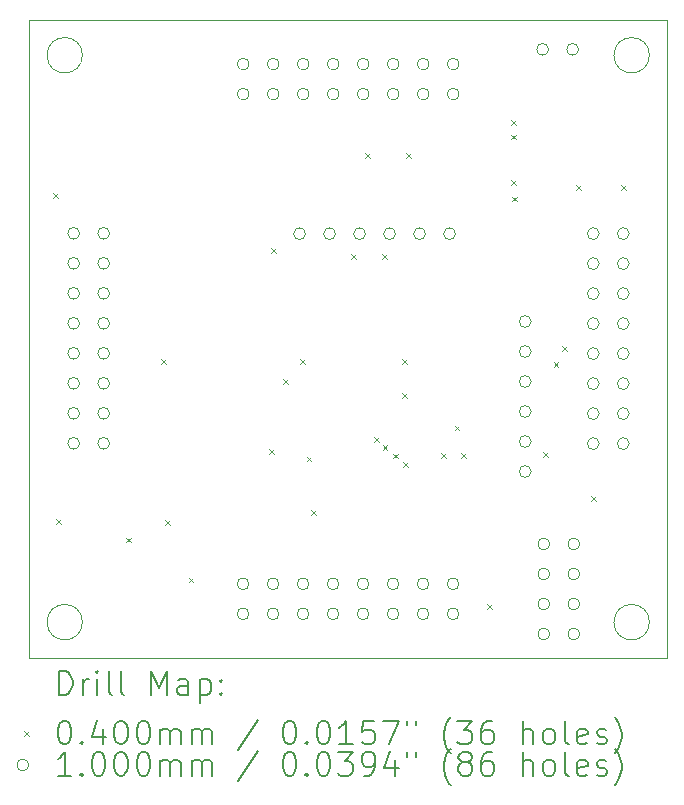
<source format=gbr>
%TF.GenerationSoftware,KiCad,Pcbnew,6.0.11+dfsg-1~bpo11+1*%
%TF.CreationDate,2023-05-15T10:42:06+02:00*%
%TF.ProjectId,dvert_12,64766572-745f-4313-922e-6b696361645f,rev?*%
%TF.SameCoordinates,Original*%
%TF.FileFunction,Drillmap*%
%TF.FilePolarity,Positive*%
%FSLAX45Y45*%
G04 Gerber Fmt 4.5, Leading zero omitted, Abs format (unit mm)*
G04 Created by KiCad (PCBNEW 6.0.11+dfsg-1~bpo11+1) date 2023-05-15 10:42:06*
%MOMM*%
%LPD*%
G01*
G04 APERTURE LIST*
%ADD10C,0.100000*%
%ADD11C,0.200000*%
%ADD12C,0.040000*%
G04 APERTURE END LIST*
D10*
X12050000Y-6900000D02*
G75*
G03*
X12050000Y-6900000I-150000J0D01*
G01*
X11600000Y-12000000D02*
X17000000Y-12000000D01*
X17000000Y-12000000D02*
X17000000Y-6600000D01*
X17000000Y-6600000D02*
X11600000Y-6600000D01*
X11600000Y-6600000D02*
X11600000Y-12000000D01*
X16850000Y-11700000D02*
G75*
G03*
X16850000Y-11700000I-150000J0D01*
G01*
X16850000Y-6900000D02*
G75*
G03*
X16850000Y-6900000I-150000J0D01*
G01*
X12050000Y-11700000D02*
G75*
G03*
X12050000Y-11700000I-150000J0D01*
G01*
D11*
D12*
X11800000Y-8066000D02*
X11840000Y-8106000D01*
X11840000Y-8066000D02*
X11800000Y-8106000D01*
X11830000Y-10828000D02*
X11870000Y-10868000D01*
X11870000Y-10828000D02*
X11830000Y-10868000D01*
X12419000Y-10985000D02*
X12459000Y-11025000D01*
X12459000Y-10985000D02*
X12419000Y-11025000D01*
X12715000Y-9475000D02*
X12755000Y-9515000D01*
X12755000Y-9475000D02*
X12715000Y-9515000D01*
X12751000Y-10837000D02*
X12791000Y-10877000D01*
X12791000Y-10837000D02*
X12751000Y-10877000D01*
X12950000Y-11323000D02*
X12990000Y-11363000D01*
X12990000Y-11323000D02*
X12950000Y-11363000D01*
X13630000Y-10233000D02*
X13670000Y-10273000D01*
X13670000Y-10233000D02*
X13630000Y-10273000D01*
X13647000Y-8535000D02*
X13687000Y-8575000D01*
X13687000Y-8535000D02*
X13647000Y-8575000D01*
X13750000Y-9645000D02*
X13790000Y-9685000D01*
X13790000Y-9645000D02*
X13750000Y-9685000D01*
X13892000Y-9475000D02*
X13932000Y-9515000D01*
X13932000Y-9475000D02*
X13892000Y-9515000D01*
X13949000Y-10299000D02*
X13989000Y-10339000D01*
X13989000Y-10299000D02*
X13949000Y-10339000D01*
X13984000Y-10752000D02*
X14024000Y-10792000D01*
X14024000Y-10752000D02*
X13984000Y-10792000D01*
X14325000Y-8582000D02*
X14365000Y-8622000D01*
X14365000Y-8582000D02*
X14325000Y-8622000D01*
X14442000Y-7726000D02*
X14482000Y-7766000D01*
X14482000Y-7726000D02*
X14442000Y-7766000D01*
X14518837Y-10131844D02*
X14558837Y-10171844D01*
X14558837Y-10131844D02*
X14518837Y-10171844D01*
X14585000Y-8584000D02*
X14625000Y-8624000D01*
X14625000Y-8584000D02*
X14585000Y-8624000D01*
X14591000Y-10201000D02*
X14631000Y-10241000D01*
X14631000Y-10201000D02*
X14591000Y-10241000D01*
X14683000Y-10274000D02*
X14723000Y-10314000D01*
X14723000Y-10274000D02*
X14683000Y-10314000D01*
X14755000Y-9475000D02*
X14795000Y-9515000D01*
X14795000Y-9475000D02*
X14755000Y-9515000D01*
X14759000Y-9761000D02*
X14799000Y-9801000D01*
X14799000Y-9761000D02*
X14759000Y-9801000D01*
X14766000Y-10347000D02*
X14806000Y-10387000D01*
X14806000Y-10347000D02*
X14766000Y-10387000D01*
X14790000Y-7727000D02*
X14830000Y-7767000D01*
X14830000Y-7727000D02*
X14790000Y-7767000D01*
X15085000Y-10266000D02*
X15125000Y-10306000D01*
X15125000Y-10266000D02*
X15085000Y-10306000D01*
X15202000Y-10037000D02*
X15242000Y-10077000D01*
X15242000Y-10037000D02*
X15202000Y-10077000D01*
X15254000Y-10267000D02*
X15294000Y-10307000D01*
X15294000Y-10267000D02*
X15254000Y-10307000D01*
X15474000Y-11546000D02*
X15514000Y-11586000D01*
X15514000Y-11546000D02*
X15474000Y-11586000D01*
X15677000Y-7573000D02*
X15717000Y-7613000D01*
X15717000Y-7573000D02*
X15677000Y-7613000D01*
X15677000Y-7955000D02*
X15717000Y-7995000D01*
X15717000Y-7955000D02*
X15677000Y-7995000D01*
X15678000Y-7447000D02*
X15718000Y-7487000D01*
X15718000Y-7447000D02*
X15678000Y-7487000D01*
X15686000Y-8097000D02*
X15726000Y-8137000D01*
X15726000Y-8097000D02*
X15686000Y-8137000D01*
X15948000Y-10263000D02*
X15988000Y-10303000D01*
X15988000Y-10263000D02*
X15948000Y-10303000D01*
X16040450Y-9499000D02*
X16080450Y-9539000D01*
X16080450Y-9499000D02*
X16040450Y-9539000D01*
X16112050Y-9360000D02*
X16152050Y-9400000D01*
X16152050Y-9360000D02*
X16112050Y-9400000D01*
X16231000Y-7997000D02*
X16271000Y-8037000D01*
X16271000Y-7997000D02*
X16231000Y-8037000D01*
X16355000Y-10635000D02*
X16395000Y-10675000D01*
X16395000Y-10635000D02*
X16355000Y-10675000D01*
X16608000Y-7998000D02*
X16648000Y-8038000D01*
X16648000Y-7998000D02*
X16608000Y-8038000D01*
D10*
X12026000Y-8408000D02*
G75*
G03*
X12026000Y-8408000I-50000J0D01*
G01*
X12026000Y-8662000D02*
G75*
G03*
X12026000Y-8662000I-50000J0D01*
G01*
X12026000Y-8916000D02*
G75*
G03*
X12026000Y-8916000I-50000J0D01*
G01*
X12026000Y-9170000D02*
G75*
G03*
X12026000Y-9170000I-50000J0D01*
G01*
X12026000Y-9424000D02*
G75*
G03*
X12026000Y-9424000I-50000J0D01*
G01*
X12026000Y-9678000D02*
G75*
G03*
X12026000Y-9678000I-50000J0D01*
G01*
X12026000Y-9932000D02*
G75*
G03*
X12026000Y-9932000I-50000J0D01*
G01*
X12026000Y-10186000D02*
G75*
G03*
X12026000Y-10186000I-50000J0D01*
G01*
X12280000Y-8408000D02*
G75*
G03*
X12280000Y-8408000I-50000J0D01*
G01*
X12280000Y-8662000D02*
G75*
G03*
X12280000Y-8662000I-50000J0D01*
G01*
X12280000Y-8916000D02*
G75*
G03*
X12280000Y-8916000I-50000J0D01*
G01*
X12280000Y-9170000D02*
G75*
G03*
X12280000Y-9170000I-50000J0D01*
G01*
X12280000Y-9424000D02*
G75*
G03*
X12280000Y-9424000I-50000J0D01*
G01*
X12280000Y-9678000D02*
G75*
G03*
X12280000Y-9678000I-50000J0D01*
G01*
X12280000Y-9932000D02*
G75*
G03*
X12280000Y-9932000I-50000J0D01*
G01*
X12280000Y-10186000D02*
G75*
G03*
X12280000Y-10186000I-50000J0D01*
G01*
X13460000Y-11376000D02*
G75*
G03*
X13460000Y-11376000I-50000J0D01*
G01*
X13460000Y-11630000D02*
G75*
G03*
X13460000Y-11630000I-50000J0D01*
G01*
X13461000Y-6974750D02*
G75*
G03*
X13461000Y-6974750I-50000J0D01*
G01*
X13461000Y-7228750D02*
G75*
G03*
X13461000Y-7228750I-50000J0D01*
G01*
X13714000Y-11376000D02*
G75*
G03*
X13714000Y-11376000I-50000J0D01*
G01*
X13714000Y-11630000D02*
G75*
G03*
X13714000Y-11630000I-50000J0D01*
G01*
X13715000Y-6974750D02*
G75*
G03*
X13715000Y-6974750I-50000J0D01*
G01*
X13715000Y-7228750D02*
G75*
G03*
X13715000Y-7228750I-50000J0D01*
G01*
X13938500Y-8411500D02*
G75*
G03*
X13938500Y-8411500I-50000J0D01*
G01*
X13968000Y-11376000D02*
G75*
G03*
X13968000Y-11376000I-50000J0D01*
G01*
X13968000Y-11630000D02*
G75*
G03*
X13968000Y-11630000I-50000J0D01*
G01*
X13969000Y-6974750D02*
G75*
G03*
X13969000Y-6974750I-50000J0D01*
G01*
X13969000Y-7228750D02*
G75*
G03*
X13969000Y-7228750I-50000J0D01*
G01*
X14192500Y-8411500D02*
G75*
G03*
X14192500Y-8411500I-50000J0D01*
G01*
X14222000Y-11376000D02*
G75*
G03*
X14222000Y-11376000I-50000J0D01*
G01*
X14222000Y-11630000D02*
G75*
G03*
X14222000Y-11630000I-50000J0D01*
G01*
X14223000Y-6974750D02*
G75*
G03*
X14223000Y-6974750I-50000J0D01*
G01*
X14223000Y-7228750D02*
G75*
G03*
X14223000Y-7228750I-50000J0D01*
G01*
X14446500Y-8411500D02*
G75*
G03*
X14446500Y-8411500I-50000J0D01*
G01*
X14476000Y-11376000D02*
G75*
G03*
X14476000Y-11376000I-50000J0D01*
G01*
X14476000Y-11630000D02*
G75*
G03*
X14476000Y-11630000I-50000J0D01*
G01*
X14477000Y-6974750D02*
G75*
G03*
X14477000Y-6974750I-50000J0D01*
G01*
X14477000Y-7228750D02*
G75*
G03*
X14477000Y-7228750I-50000J0D01*
G01*
X14700500Y-8411500D02*
G75*
G03*
X14700500Y-8411500I-50000J0D01*
G01*
X14730000Y-11376000D02*
G75*
G03*
X14730000Y-11376000I-50000J0D01*
G01*
X14730000Y-11630000D02*
G75*
G03*
X14730000Y-11630000I-50000J0D01*
G01*
X14731000Y-6974750D02*
G75*
G03*
X14731000Y-6974750I-50000J0D01*
G01*
X14731000Y-7228750D02*
G75*
G03*
X14731000Y-7228750I-50000J0D01*
G01*
X14954500Y-8411500D02*
G75*
G03*
X14954500Y-8411500I-50000J0D01*
G01*
X14984000Y-11376000D02*
G75*
G03*
X14984000Y-11376000I-50000J0D01*
G01*
X14984000Y-11630000D02*
G75*
G03*
X14984000Y-11630000I-50000J0D01*
G01*
X14985000Y-6974750D02*
G75*
G03*
X14985000Y-6974750I-50000J0D01*
G01*
X14985000Y-7228750D02*
G75*
G03*
X14985000Y-7228750I-50000J0D01*
G01*
X15208500Y-8411500D02*
G75*
G03*
X15208500Y-8411500I-50000J0D01*
G01*
X15238000Y-11376000D02*
G75*
G03*
X15238000Y-11376000I-50000J0D01*
G01*
X15238000Y-11630000D02*
G75*
G03*
X15238000Y-11630000I-50000J0D01*
G01*
X15239000Y-6974750D02*
G75*
G03*
X15239000Y-6974750I-50000J0D01*
G01*
X15239000Y-7228750D02*
G75*
G03*
X15239000Y-7228750I-50000J0D01*
G01*
X15848500Y-9154500D02*
G75*
G03*
X15848500Y-9154500I-50000J0D01*
G01*
X15848500Y-9408500D02*
G75*
G03*
X15848500Y-9408500I-50000J0D01*
G01*
X15848500Y-9662500D02*
G75*
G03*
X15848500Y-9662500I-50000J0D01*
G01*
X15848500Y-9916500D02*
G75*
G03*
X15848500Y-9916500I-50000J0D01*
G01*
X15848500Y-10170500D02*
G75*
G03*
X15848500Y-10170500I-50000J0D01*
G01*
X15848500Y-10424500D02*
G75*
G03*
X15848500Y-10424500I-50000J0D01*
G01*
X15996000Y-6850000D02*
G75*
G03*
X15996000Y-6850000I-50000J0D01*
G01*
X16006000Y-11038000D02*
G75*
G03*
X16006000Y-11038000I-50000J0D01*
G01*
X16006000Y-11292000D02*
G75*
G03*
X16006000Y-11292000I-50000J0D01*
G01*
X16006000Y-11546000D02*
G75*
G03*
X16006000Y-11546000I-50000J0D01*
G01*
X16006000Y-11800000D02*
G75*
G03*
X16006000Y-11800000I-50000J0D01*
G01*
X16250000Y-6850000D02*
G75*
G03*
X16250000Y-6850000I-50000J0D01*
G01*
X16260000Y-11038000D02*
G75*
G03*
X16260000Y-11038000I-50000J0D01*
G01*
X16260000Y-11292000D02*
G75*
G03*
X16260000Y-11292000I-50000J0D01*
G01*
X16260000Y-11546000D02*
G75*
G03*
X16260000Y-11546000I-50000J0D01*
G01*
X16260000Y-11800000D02*
G75*
G03*
X16260000Y-11800000I-50000J0D01*
G01*
X16425000Y-8410000D02*
G75*
G03*
X16425000Y-8410000I-50000J0D01*
G01*
X16425000Y-8664000D02*
G75*
G03*
X16425000Y-8664000I-50000J0D01*
G01*
X16425000Y-8918000D02*
G75*
G03*
X16425000Y-8918000I-50000J0D01*
G01*
X16425000Y-9172000D02*
G75*
G03*
X16425000Y-9172000I-50000J0D01*
G01*
X16425000Y-9426000D02*
G75*
G03*
X16425000Y-9426000I-50000J0D01*
G01*
X16425000Y-9680000D02*
G75*
G03*
X16425000Y-9680000I-50000J0D01*
G01*
X16425000Y-9934000D02*
G75*
G03*
X16425000Y-9934000I-50000J0D01*
G01*
X16425000Y-10188000D02*
G75*
G03*
X16425000Y-10188000I-50000J0D01*
G01*
X16679000Y-8410000D02*
G75*
G03*
X16679000Y-8410000I-50000J0D01*
G01*
X16679000Y-8664000D02*
G75*
G03*
X16679000Y-8664000I-50000J0D01*
G01*
X16679000Y-8918000D02*
G75*
G03*
X16679000Y-8918000I-50000J0D01*
G01*
X16679000Y-9172000D02*
G75*
G03*
X16679000Y-9172000I-50000J0D01*
G01*
X16679000Y-9426000D02*
G75*
G03*
X16679000Y-9426000I-50000J0D01*
G01*
X16679000Y-9680000D02*
G75*
G03*
X16679000Y-9680000I-50000J0D01*
G01*
X16679000Y-9934000D02*
G75*
G03*
X16679000Y-9934000I-50000J0D01*
G01*
X16679000Y-10188000D02*
G75*
G03*
X16679000Y-10188000I-50000J0D01*
G01*
D11*
X11852619Y-12315476D02*
X11852619Y-12115476D01*
X11900238Y-12115476D01*
X11928809Y-12125000D01*
X11947857Y-12144048D01*
X11957381Y-12163095D01*
X11966905Y-12201190D01*
X11966905Y-12229762D01*
X11957381Y-12267857D01*
X11947857Y-12286905D01*
X11928809Y-12305952D01*
X11900238Y-12315476D01*
X11852619Y-12315476D01*
X12052619Y-12315476D02*
X12052619Y-12182143D01*
X12052619Y-12220238D02*
X12062143Y-12201190D01*
X12071667Y-12191667D01*
X12090714Y-12182143D01*
X12109762Y-12182143D01*
X12176428Y-12315476D02*
X12176428Y-12182143D01*
X12176428Y-12115476D02*
X12166905Y-12125000D01*
X12176428Y-12134524D01*
X12185952Y-12125000D01*
X12176428Y-12115476D01*
X12176428Y-12134524D01*
X12300238Y-12315476D02*
X12281190Y-12305952D01*
X12271667Y-12286905D01*
X12271667Y-12115476D01*
X12405000Y-12315476D02*
X12385952Y-12305952D01*
X12376428Y-12286905D01*
X12376428Y-12115476D01*
X12633571Y-12315476D02*
X12633571Y-12115476D01*
X12700238Y-12258333D01*
X12766905Y-12115476D01*
X12766905Y-12315476D01*
X12947857Y-12315476D02*
X12947857Y-12210714D01*
X12938333Y-12191667D01*
X12919286Y-12182143D01*
X12881190Y-12182143D01*
X12862143Y-12191667D01*
X12947857Y-12305952D02*
X12928809Y-12315476D01*
X12881190Y-12315476D01*
X12862143Y-12305952D01*
X12852619Y-12286905D01*
X12852619Y-12267857D01*
X12862143Y-12248809D01*
X12881190Y-12239286D01*
X12928809Y-12239286D01*
X12947857Y-12229762D01*
X13043095Y-12182143D02*
X13043095Y-12382143D01*
X13043095Y-12191667D02*
X13062143Y-12182143D01*
X13100238Y-12182143D01*
X13119286Y-12191667D01*
X13128809Y-12201190D01*
X13138333Y-12220238D01*
X13138333Y-12277381D01*
X13128809Y-12296428D01*
X13119286Y-12305952D01*
X13100238Y-12315476D01*
X13062143Y-12315476D01*
X13043095Y-12305952D01*
X13224048Y-12296428D02*
X13233571Y-12305952D01*
X13224048Y-12315476D01*
X13214524Y-12305952D01*
X13224048Y-12296428D01*
X13224048Y-12315476D01*
X13224048Y-12191667D02*
X13233571Y-12201190D01*
X13224048Y-12210714D01*
X13214524Y-12201190D01*
X13224048Y-12191667D01*
X13224048Y-12210714D01*
D12*
X11555000Y-12625000D02*
X11595000Y-12665000D01*
X11595000Y-12625000D02*
X11555000Y-12665000D01*
D11*
X11890714Y-12535476D02*
X11909762Y-12535476D01*
X11928809Y-12545000D01*
X11938333Y-12554524D01*
X11947857Y-12573571D01*
X11957381Y-12611667D01*
X11957381Y-12659286D01*
X11947857Y-12697381D01*
X11938333Y-12716428D01*
X11928809Y-12725952D01*
X11909762Y-12735476D01*
X11890714Y-12735476D01*
X11871667Y-12725952D01*
X11862143Y-12716428D01*
X11852619Y-12697381D01*
X11843095Y-12659286D01*
X11843095Y-12611667D01*
X11852619Y-12573571D01*
X11862143Y-12554524D01*
X11871667Y-12545000D01*
X11890714Y-12535476D01*
X12043095Y-12716428D02*
X12052619Y-12725952D01*
X12043095Y-12735476D01*
X12033571Y-12725952D01*
X12043095Y-12716428D01*
X12043095Y-12735476D01*
X12224048Y-12602143D02*
X12224048Y-12735476D01*
X12176428Y-12525952D02*
X12128809Y-12668809D01*
X12252619Y-12668809D01*
X12366905Y-12535476D02*
X12385952Y-12535476D01*
X12405000Y-12545000D01*
X12414524Y-12554524D01*
X12424048Y-12573571D01*
X12433571Y-12611667D01*
X12433571Y-12659286D01*
X12424048Y-12697381D01*
X12414524Y-12716428D01*
X12405000Y-12725952D01*
X12385952Y-12735476D01*
X12366905Y-12735476D01*
X12347857Y-12725952D01*
X12338333Y-12716428D01*
X12328809Y-12697381D01*
X12319286Y-12659286D01*
X12319286Y-12611667D01*
X12328809Y-12573571D01*
X12338333Y-12554524D01*
X12347857Y-12545000D01*
X12366905Y-12535476D01*
X12557381Y-12535476D02*
X12576428Y-12535476D01*
X12595476Y-12545000D01*
X12605000Y-12554524D01*
X12614524Y-12573571D01*
X12624048Y-12611667D01*
X12624048Y-12659286D01*
X12614524Y-12697381D01*
X12605000Y-12716428D01*
X12595476Y-12725952D01*
X12576428Y-12735476D01*
X12557381Y-12735476D01*
X12538333Y-12725952D01*
X12528809Y-12716428D01*
X12519286Y-12697381D01*
X12509762Y-12659286D01*
X12509762Y-12611667D01*
X12519286Y-12573571D01*
X12528809Y-12554524D01*
X12538333Y-12545000D01*
X12557381Y-12535476D01*
X12709762Y-12735476D02*
X12709762Y-12602143D01*
X12709762Y-12621190D02*
X12719286Y-12611667D01*
X12738333Y-12602143D01*
X12766905Y-12602143D01*
X12785952Y-12611667D01*
X12795476Y-12630714D01*
X12795476Y-12735476D01*
X12795476Y-12630714D02*
X12805000Y-12611667D01*
X12824048Y-12602143D01*
X12852619Y-12602143D01*
X12871667Y-12611667D01*
X12881190Y-12630714D01*
X12881190Y-12735476D01*
X12976428Y-12735476D02*
X12976428Y-12602143D01*
X12976428Y-12621190D02*
X12985952Y-12611667D01*
X13005000Y-12602143D01*
X13033571Y-12602143D01*
X13052619Y-12611667D01*
X13062143Y-12630714D01*
X13062143Y-12735476D01*
X13062143Y-12630714D02*
X13071667Y-12611667D01*
X13090714Y-12602143D01*
X13119286Y-12602143D01*
X13138333Y-12611667D01*
X13147857Y-12630714D01*
X13147857Y-12735476D01*
X13538333Y-12525952D02*
X13366905Y-12783095D01*
X13795476Y-12535476D02*
X13814524Y-12535476D01*
X13833571Y-12545000D01*
X13843095Y-12554524D01*
X13852619Y-12573571D01*
X13862143Y-12611667D01*
X13862143Y-12659286D01*
X13852619Y-12697381D01*
X13843095Y-12716428D01*
X13833571Y-12725952D01*
X13814524Y-12735476D01*
X13795476Y-12735476D01*
X13776428Y-12725952D01*
X13766905Y-12716428D01*
X13757381Y-12697381D01*
X13747857Y-12659286D01*
X13747857Y-12611667D01*
X13757381Y-12573571D01*
X13766905Y-12554524D01*
X13776428Y-12545000D01*
X13795476Y-12535476D01*
X13947857Y-12716428D02*
X13957381Y-12725952D01*
X13947857Y-12735476D01*
X13938333Y-12725952D01*
X13947857Y-12716428D01*
X13947857Y-12735476D01*
X14081190Y-12535476D02*
X14100238Y-12535476D01*
X14119286Y-12545000D01*
X14128809Y-12554524D01*
X14138333Y-12573571D01*
X14147857Y-12611667D01*
X14147857Y-12659286D01*
X14138333Y-12697381D01*
X14128809Y-12716428D01*
X14119286Y-12725952D01*
X14100238Y-12735476D01*
X14081190Y-12735476D01*
X14062143Y-12725952D01*
X14052619Y-12716428D01*
X14043095Y-12697381D01*
X14033571Y-12659286D01*
X14033571Y-12611667D01*
X14043095Y-12573571D01*
X14052619Y-12554524D01*
X14062143Y-12545000D01*
X14081190Y-12535476D01*
X14338333Y-12735476D02*
X14224048Y-12735476D01*
X14281190Y-12735476D02*
X14281190Y-12535476D01*
X14262143Y-12564048D01*
X14243095Y-12583095D01*
X14224048Y-12592619D01*
X14519286Y-12535476D02*
X14424048Y-12535476D01*
X14414524Y-12630714D01*
X14424048Y-12621190D01*
X14443095Y-12611667D01*
X14490714Y-12611667D01*
X14509762Y-12621190D01*
X14519286Y-12630714D01*
X14528809Y-12649762D01*
X14528809Y-12697381D01*
X14519286Y-12716428D01*
X14509762Y-12725952D01*
X14490714Y-12735476D01*
X14443095Y-12735476D01*
X14424048Y-12725952D01*
X14414524Y-12716428D01*
X14595476Y-12535476D02*
X14728809Y-12535476D01*
X14643095Y-12735476D01*
X14795476Y-12535476D02*
X14795476Y-12573571D01*
X14871667Y-12535476D02*
X14871667Y-12573571D01*
X15166905Y-12811667D02*
X15157381Y-12802143D01*
X15138333Y-12773571D01*
X15128809Y-12754524D01*
X15119286Y-12725952D01*
X15109762Y-12678333D01*
X15109762Y-12640238D01*
X15119286Y-12592619D01*
X15128809Y-12564048D01*
X15138333Y-12545000D01*
X15157381Y-12516428D01*
X15166905Y-12506905D01*
X15224048Y-12535476D02*
X15347857Y-12535476D01*
X15281190Y-12611667D01*
X15309762Y-12611667D01*
X15328809Y-12621190D01*
X15338333Y-12630714D01*
X15347857Y-12649762D01*
X15347857Y-12697381D01*
X15338333Y-12716428D01*
X15328809Y-12725952D01*
X15309762Y-12735476D01*
X15252619Y-12735476D01*
X15233571Y-12725952D01*
X15224048Y-12716428D01*
X15519286Y-12535476D02*
X15481190Y-12535476D01*
X15462143Y-12545000D01*
X15452619Y-12554524D01*
X15433571Y-12583095D01*
X15424048Y-12621190D01*
X15424048Y-12697381D01*
X15433571Y-12716428D01*
X15443095Y-12725952D01*
X15462143Y-12735476D01*
X15500238Y-12735476D01*
X15519286Y-12725952D01*
X15528809Y-12716428D01*
X15538333Y-12697381D01*
X15538333Y-12649762D01*
X15528809Y-12630714D01*
X15519286Y-12621190D01*
X15500238Y-12611667D01*
X15462143Y-12611667D01*
X15443095Y-12621190D01*
X15433571Y-12630714D01*
X15424048Y-12649762D01*
X15776428Y-12735476D02*
X15776428Y-12535476D01*
X15862143Y-12735476D02*
X15862143Y-12630714D01*
X15852619Y-12611667D01*
X15833571Y-12602143D01*
X15805000Y-12602143D01*
X15785952Y-12611667D01*
X15776428Y-12621190D01*
X15985952Y-12735476D02*
X15966905Y-12725952D01*
X15957381Y-12716428D01*
X15947857Y-12697381D01*
X15947857Y-12640238D01*
X15957381Y-12621190D01*
X15966905Y-12611667D01*
X15985952Y-12602143D01*
X16014524Y-12602143D01*
X16033571Y-12611667D01*
X16043095Y-12621190D01*
X16052619Y-12640238D01*
X16052619Y-12697381D01*
X16043095Y-12716428D01*
X16033571Y-12725952D01*
X16014524Y-12735476D01*
X15985952Y-12735476D01*
X16166905Y-12735476D02*
X16147857Y-12725952D01*
X16138333Y-12706905D01*
X16138333Y-12535476D01*
X16319286Y-12725952D02*
X16300238Y-12735476D01*
X16262143Y-12735476D01*
X16243095Y-12725952D01*
X16233571Y-12706905D01*
X16233571Y-12630714D01*
X16243095Y-12611667D01*
X16262143Y-12602143D01*
X16300238Y-12602143D01*
X16319286Y-12611667D01*
X16328809Y-12630714D01*
X16328809Y-12649762D01*
X16233571Y-12668809D01*
X16405000Y-12725952D02*
X16424048Y-12735476D01*
X16462143Y-12735476D01*
X16481190Y-12725952D01*
X16490714Y-12706905D01*
X16490714Y-12697381D01*
X16481190Y-12678333D01*
X16462143Y-12668809D01*
X16433571Y-12668809D01*
X16414524Y-12659286D01*
X16405000Y-12640238D01*
X16405000Y-12630714D01*
X16414524Y-12611667D01*
X16433571Y-12602143D01*
X16462143Y-12602143D01*
X16481190Y-12611667D01*
X16557381Y-12811667D02*
X16566905Y-12802143D01*
X16585952Y-12773571D01*
X16595476Y-12754524D01*
X16605000Y-12725952D01*
X16614524Y-12678333D01*
X16614524Y-12640238D01*
X16605000Y-12592619D01*
X16595476Y-12564048D01*
X16585952Y-12545000D01*
X16566905Y-12516428D01*
X16557381Y-12506905D01*
D10*
X11595000Y-12909000D02*
G75*
G03*
X11595000Y-12909000I-50000J0D01*
G01*
D11*
X11957381Y-12999476D02*
X11843095Y-12999476D01*
X11900238Y-12999476D02*
X11900238Y-12799476D01*
X11881190Y-12828048D01*
X11862143Y-12847095D01*
X11843095Y-12856619D01*
X12043095Y-12980428D02*
X12052619Y-12989952D01*
X12043095Y-12999476D01*
X12033571Y-12989952D01*
X12043095Y-12980428D01*
X12043095Y-12999476D01*
X12176428Y-12799476D02*
X12195476Y-12799476D01*
X12214524Y-12809000D01*
X12224048Y-12818524D01*
X12233571Y-12837571D01*
X12243095Y-12875667D01*
X12243095Y-12923286D01*
X12233571Y-12961381D01*
X12224048Y-12980428D01*
X12214524Y-12989952D01*
X12195476Y-12999476D01*
X12176428Y-12999476D01*
X12157381Y-12989952D01*
X12147857Y-12980428D01*
X12138333Y-12961381D01*
X12128809Y-12923286D01*
X12128809Y-12875667D01*
X12138333Y-12837571D01*
X12147857Y-12818524D01*
X12157381Y-12809000D01*
X12176428Y-12799476D01*
X12366905Y-12799476D02*
X12385952Y-12799476D01*
X12405000Y-12809000D01*
X12414524Y-12818524D01*
X12424048Y-12837571D01*
X12433571Y-12875667D01*
X12433571Y-12923286D01*
X12424048Y-12961381D01*
X12414524Y-12980428D01*
X12405000Y-12989952D01*
X12385952Y-12999476D01*
X12366905Y-12999476D01*
X12347857Y-12989952D01*
X12338333Y-12980428D01*
X12328809Y-12961381D01*
X12319286Y-12923286D01*
X12319286Y-12875667D01*
X12328809Y-12837571D01*
X12338333Y-12818524D01*
X12347857Y-12809000D01*
X12366905Y-12799476D01*
X12557381Y-12799476D02*
X12576428Y-12799476D01*
X12595476Y-12809000D01*
X12605000Y-12818524D01*
X12614524Y-12837571D01*
X12624048Y-12875667D01*
X12624048Y-12923286D01*
X12614524Y-12961381D01*
X12605000Y-12980428D01*
X12595476Y-12989952D01*
X12576428Y-12999476D01*
X12557381Y-12999476D01*
X12538333Y-12989952D01*
X12528809Y-12980428D01*
X12519286Y-12961381D01*
X12509762Y-12923286D01*
X12509762Y-12875667D01*
X12519286Y-12837571D01*
X12528809Y-12818524D01*
X12538333Y-12809000D01*
X12557381Y-12799476D01*
X12709762Y-12999476D02*
X12709762Y-12866143D01*
X12709762Y-12885190D02*
X12719286Y-12875667D01*
X12738333Y-12866143D01*
X12766905Y-12866143D01*
X12785952Y-12875667D01*
X12795476Y-12894714D01*
X12795476Y-12999476D01*
X12795476Y-12894714D02*
X12805000Y-12875667D01*
X12824048Y-12866143D01*
X12852619Y-12866143D01*
X12871667Y-12875667D01*
X12881190Y-12894714D01*
X12881190Y-12999476D01*
X12976428Y-12999476D02*
X12976428Y-12866143D01*
X12976428Y-12885190D02*
X12985952Y-12875667D01*
X13005000Y-12866143D01*
X13033571Y-12866143D01*
X13052619Y-12875667D01*
X13062143Y-12894714D01*
X13062143Y-12999476D01*
X13062143Y-12894714D02*
X13071667Y-12875667D01*
X13090714Y-12866143D01*
X13119286Y-12866143D01*
X13138333Y-12875667D01*
X13147857Y-12894714D01*
X13147857Y-12999476D01*
X13538333Y-12789952D02*
X13366905Y-13047095D01*
X13795476Y-12799476D02*
X13814524Y-12799476D01*
X13833571Y-12809000D01*
X13843095Y-12818524D01*
X13852619Y-12837571D01*
X13862143Y-12875667D01*
X13862143Y-12923286D01*
X13852619Y-12961381D01*
X13843095Y-12980428D01*
X13833571Y-12989952D01*
X13814524Y-12999476D01*
X13795476Y-12999476D01*
X13776428Y-12989952D01*
X13766905Y-12980428D01*
X13757381Y-12961381D01*
X13747857Y-12923286D01*
X13747857Y-12875667D01*
X13757381Y-12837571D01*
X13766905Y-12818524D01*
X13776428Y-12809000D01*
X13795476Y-12799476D01*
X13947857Y-12980428D02*
X13957381Y-12989952D01*
X13947857Y-12999476D01*
X13938333Y-12989952D01*
X13947857Y-12980428D01*
X13947857Y-12999476D01*
X14081190Y-12799476D02*
X14100238Y-12799476D01*
X14119286Y-12809000D01*
X14128809Y-12818524D01*
X14138333Y-12837571D01*
X14147857Y-12875667D01*
X14147857Y-12923286D01*
X14138333Y-12961381D01*
X14128809Y-12980428D01*
X14119286Y-12989952D01*
X14100238Y-12999476D01*
X14081190Y-12999476D01*
X14062143Y-12989952D01*
X14052619Y-12980428D01*
X14043095Y-12961381D01*
X14033571Y-12923286D01*
X14033571Y-12875667D01*
X14043095Y-12837571D01*
X14052619Y-12818524D01*
X14062143Y-12809000D01*
X14081190Y-12799476D01*
X14214524Y-12799476D02*
X14338333Y-12799476D01*
X14271667Y-12875667D01*
X14300238Y-12875667D01*
X14319286Y-12885190D01*
X14328809Y-12894714D01*
X14338333Y-12913762D01*
X14338333Y-12961381D01*
X14328809Y-12980428D01*
X14319286Y-12989952D01*
X14300238Y-12999476D01*
X14243095Y-12999476D01*
X14224048Y-12989952D01*
X14214524Y-12980428D01*
X14433571Y-12999476D02*
X14471667Y-12999476D01*
X14490714Y-12989952D01*
X14500238Y-12980428D01*
X14519286Y-12951857D01*
X14528809Y-12913762D01*
X14528809Y-12837571D01*
X14519286Y-12818524D01*
X14509762Y-12809000D01*
X14490714Y-12799476D01*
X14452619Y-12799476D01*
X14433571Y-12809000D01*
X14424048Y-12818524D01*
X14414524Y-12837571D01*
X14414524Y-12885190D01*
X14424048Y-12904238D01*
X14433571Y-12913762D01*
X14452619Y-12923286D01*
X14490714Y-12923286D01*
X14509762Y-12913762D01*
X14519286Y-12904238D01*
X14528809Y-12885190D01*
X14700238Y-12866143D02*
X14700238Y-12999476D01*
X14652619Y-12789952D02*
X14605000Y-12932809D01*
X14728809Y-12932809D01*
X14795476Y-12799476D02*
X14795476Y-12837571D01*
X14871667Y-12799476D02*
X14871667Y-12837571D01*
X15166905Y-13075667D02*
X15157381Y-13066143D01*
X15138333Y-13037571D01*
X15128809Y-13018524D01*
X15119286Y-12989952D01*
X15109762Y-12942333D01*
X15109762Y-12904238D01*
X15119286Y-12856619D01*
X15128809Y-12828048D01*
X15138333Y-12809000D01*
X15157381Y-12780428D01*
X15166905Y-12770905D01*
X15271667Y-12885190D02*
X15252619Y-12875667D01*
X15243095Y-12866143D01*
X15233571Y-12847095D01*
X15233571Y-12837571D01*
X15243095Y-12818524D01*
X15252619Y-12809000D01*
X15271667Y-12799476D01*
X15309762Y-12799476D01*
X15328809Y-12809000D01*
X15338333Y-12818524D01*
X15347857Y-12837571D01*
X15347857Y-12847095D01*
X15338333Y-12866143D01*
X15328809Y-12875667D01*
X15309762Y-12885190D01*
X15271667Y-12885190D01*
X15252619Y-12894714D01*
X15243095Y-12904238D01*
X15233571Y-12923286D01*
X15233571Y-12961381D01*
X15243095Y-12980428D01*
X15252619Y-12989952D01*
X15271667Y-12999476D01*
X15309762Y-12999476D01*
X15328809Y-12989952D01*
X15338333Y-12980428D01*
X15347857Y-12961381D01*
X15347857Y-12923286D01*
X15338333Y-12904238D01*
X15328809Y-12894714D01*
X15309762Y-12885190D01*
X15519286Y-12799476D02*
X15481190Y-12799476D01*
X15462143Y-12809000D01*
X15452619Y-12818524D01*
X15433571Y-12847095D01*
X15424048Y-12885190D01*
X15424048Y-12961381D01*
X15433571Y-12980428D01*
X15443095Y-12989952D01*
X15462143Y-12999476D01*
X15500238Y-12999476D01*
X15519286Y-12989952D01*
X15528809Y-12980428D01*
X15538333Y-12961381D01*
X15538333Y-12913762D01*
X15528809Y-12894714D01*
X15519286Y-12885190D01*
X15500238Y-12875667D01*
X15462143Y-12875667D01*
X15443095Y-12885190D01*
X15433571Y-12894714D01*
X15424048Y-12913762D01*
X15776428Y-12999476D02*
X15776428Y-12799476D01*
X15862143Y-12999476D02*
X15862143Y-12894714D01*
X15852619Y-12875667D01*
X15833571Y-12866143D01*
X15805000Y-12866143D01*
X15785952Y-12875667D01*
X15776428Y-12885190D01*
X15985952Y-12999476D02*
X15966905Y-12989952D01*
X15957381Y-12980428D01*
X15947857Y-12961381D01*
X15947857Y-12904238D01*
X15957381Y-12885190D01*
X15966905Y-12875667D01*
X15985952Y-12866143D01*
X16014524Y-12866143D01*
X16033571Y-12875667D01*
X16043095Y-12885190D01*
X16052619Y-12904238D01*
X16052619Y-12961381D01*
X16043095Y-12980428D01*
X16033571Y-12989952D01*
X16014524Y-12999476D01*
X15985952Y-12999476D01*
X16166905Y-12999476D02*
X16147857Y-12989952D01*
X16138333Y-12970905D01*
X16138333Y-12799476D01*
X16319286Y-12989952D02*
X16300238Y-12999476D01*
X16262143Y-12999476D01*
X16243095Y-12989952D01*
X16233571Y-12970905D01*
X16233571Y-12894714D01*
X16243095Y-12875667D01*
X16262143Y-12866143D01*
X16300238Y-12866143D01*
X16319286Y-12875667D01*
X16328809Y-12894714D01*
X16328809Y-12913762D01*
X16233571Y-12932809D01*
X16405000Y-12989952D02*
X16424048Y-12999476D01*
X16462143Y-12999476D01*
X16481190Y-12989952D01*
X16490714Y-12970905D01*
X16490714Y-12961381D01*
X16481190Y-12942333D01*
X16462143Y-12932809D01*
X16433571Y-12932809D01*
X16414524Y-12923286D01*
X16405000Y-12904238D01*
X16405000Y-12894714D01*
X16414524Y-12875667D01*
X16433571Y-12866143D01*
X16462143Y-12866143D01*
X16481190Y-12875667D01*
X16557381Y-13075667D02*
X16566905Y-13066143D01*
X16585952Y-13037571D01*
X16595476Y-13018524D01*
X16605000Y-12989952D01*
X16614524Y-12942333D01*
X16614524Y-12904238D01*
X16605000Y-12856619D01*
X16595476Y-12828048D01*
X16585952Y-12809000D01*
X16566905Y-12780428D01*
X16557381Y-12770905D01*
M02*

</source>
